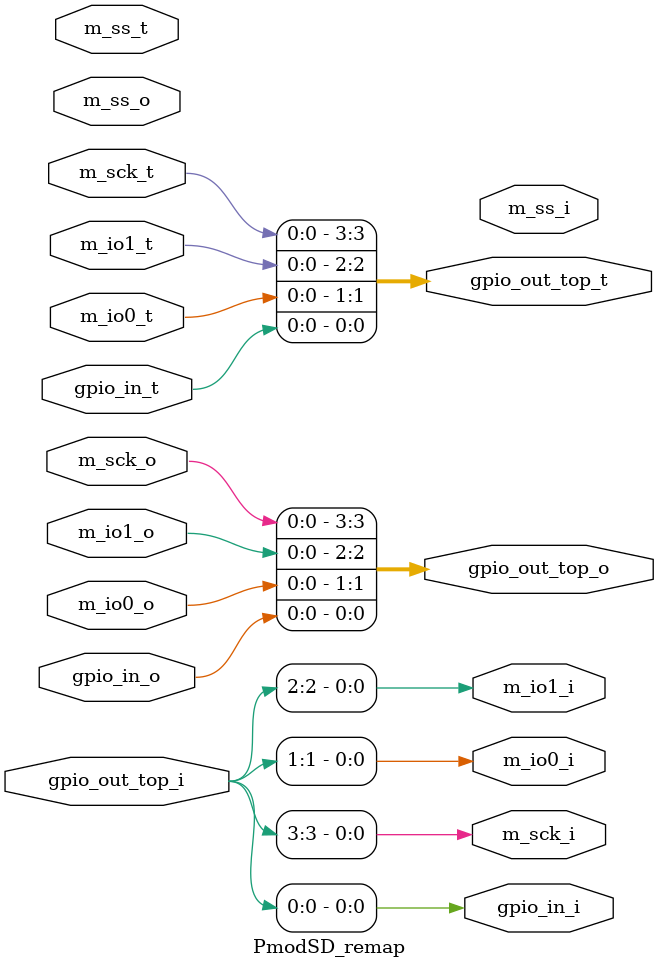
<source format=v>
`timescale 1ns / 1ps


module PmodSD_remap (
    // GPIO Slave interface, to be connected to AXI GPIO
    (* X_INTERFACE_INFO = "xilinx.com:interface:gpio:1.0 GPIO_IN TRI_T" *)
    (* X_INTERFACE_PARAMETER = "MODE Slave" *) 
    input [0:0] gpio_in_t, // Tristate output signal (optional)
    (* X_INTERFACE_INFO = "xilinx.com:interface:gpio:1.0 GPIO_IN TRI_O" *)
    input [0:0] gpio_in_o, // Tristate output signal (optional)
    (* X_INTERFACE_INFO = "xilinx.com:interface:gpio:1.0 GPIO_IN TRI_I" *)
    output [0:0] gpio_in_i, // Tristate output signal (optional)
    
    (* X_INTERFACE_INFO = "xilinx.com:interface:spi:1.0 SPI_IN SS_I" *)
    output m_ss_i, // Slave Select Input (optional)
    (* X_INTERFACE_INFO = "xilinx.com:interface:spi:1.0 SPI_IN SS_O" *)
    input m_ss_o, // Slave Select Output (required)
    (* X_INTERFACE_INFO = "xilinx.com:interface:spi:1.0 SPI_IN SS_T" *)
    input m_ss_t, // Slave Select Tri-State Control (required)
    (* X_INTERFACE_INFO = "xilinx.com:interface:spi:1.0 SPI_IN SCK_I" *)
    output m_sck_i, // SPI Clock Input (required)
    (* X_INTERFACE_INFO = "xilinx.com:interface:spi:1.0 SPI_IN SCK_O" *)
    input m_sck_o, // SPI Clock Output (required)
    (* X_INTERFACE_INFO = "xilinx.com:interface:spi:1.0 SPI_IN SCK_T" *)
    input m_sck_t, // SPI Clock Tri-State Control (required)
    (* X_INTERFACE_INFO = "xilinx.com:interface:spi:1.0 SPI_IN IO0_I" *)
    output m_io0_i, // IO0 Input Port (required)
    (* X_INTERFACE_INFO = "xilinx.com:interface:spi:1.0 SPI_IN IO0_O" *)
    input m_io0_o, // IO0 Output Port (required)
    (* X_INTERFACE_INFO = "xilinx.com:interface:spi:1.0 SPI_IN IO0_T" *)
    input m_io0_t, // IO0 Tri-State Control (required)
    (* X_INTERFACE_INFO = "xilinx.com:interface:spi:1.0 SPI_IN IO1_I" *)
    output m_io1_i, // IO1 Input Port (required)
    (* X_INTERFACE_INFO = "xilinx.com:interface:spi:1.0 SPI_IN IO1_O" *)
    input m_io1_o, // IO1 Output Port (required)
    (* X_INTERFACE_INFO = "xilinx.com:interface:spi:1.0 SPI_IN IO1_T" *)
    input m_io1_t, // IO1 Tri-State Control (required)
  
    // GPIO Master interface, to be connected to Pmod Bridge Top Row
    (* X_INTERFACE_INFO = "xilinx.com:interface:gpio:1.0 GPIO_OUT_TOP TRI_T" *)
    output [3:0] gpio_out_top_t, // Tristate output enable signal (optional)
    (* X_INTERFACE_INFO = "xilinx.com:interface:gpio:1.0 GPIO_OUT_TOP TRI_O" *)
    output [3:0] gpio_out_top_o, // Tristate output signal (optional)
    (* X_INTERFACE_INFO = "xilinx.com:interface:gpio:1.0 GPIO_OUT_TOP TRI_I" *)
    input [3:0] gpio_out_top_i // Tristate input signal (optional)
);
    assign {m_sck_i, m_io1_i, m_io0_i, gpio_in_i} = gpio_out_top_i;
    assign gpio_out_top_o = {m_sck_o, m_io1_o, m_io0_o, gpio_in_o};
    assign gpio_out_top_t = {m_sck_t, m_io1_t, m_io0_t, gpio_in_t};
endmodule

</source>
